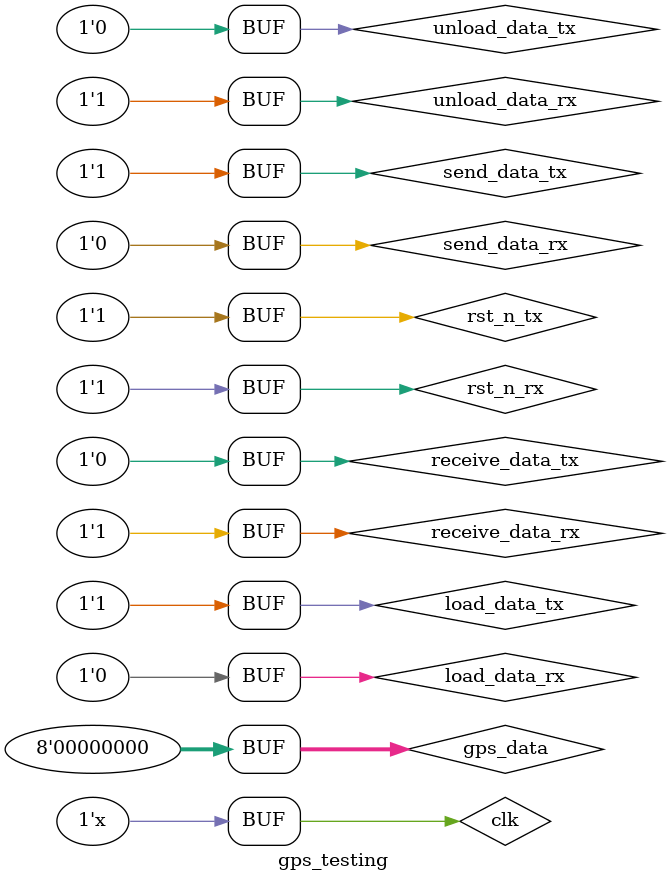
<source format=v>


module gps_testing;

//signals declaration
reg				clk;				//clk for tx module and rx module
reg				rst_n_tx;			//reset for tx module (active low)
reg				rst_n_rx;			//reset for rx module (active low)

reg 	[7:0]	gps_data;			//gps data to be transported

reg				receive_data_tx;	//data-receiving switch for tx module
reg				send_data_tx;		//data-sending switch for tx module
reg				load_data_tx;		//data-loading switch for tx module
reg				unload_data_tx;		//data-unloading switch for tx module

reg				receive_data_rx;	//data-receiving switch for rx module
reg				send_data_rx;		//data-sending switch for rx module
reg				load_data_rx;		//data-loading switch for rx module
reg				unload_data_rx;		//data-unloading switch for rx module

wire			tx_out;				//data output of tx module
wire			tx_busy;			//the signal showing whether tx module is busy
wire	[7:0]	rx_out;				//data output of rx module
wire			rx_busy;			//the signal showing whether rx module is busy
wire			rx_error;  			//indicating whether the data received is wrong


//signals initialization
initial begin
//clk and reset signals initialization
	clk=0;
	rst_n_rx=1;
	rst_n_tx=1;

//rx module switch signals initialization
	receive_data_rx=1;
	send_data_rx=0;
	load_data_rx=0;
	unload_data_rx=1;

//tx module switch signals initialization
	receive_data_tx=0;
	send_data_tx=1;
	load_data_tx=1;
	unload_data_tx=0;

//reset tx module and rx module
	#3	rst_n_tx=0;
		rst_n_rx=0;
	#3	rst_n_rx=1;
		rst_n_tx=1;

end

//clk generation
always begin
	#5 clk=~clk;
end

//GPS data generation
always begin
				gps_data=8'b00100100;
	#103680		gps_data=8'b01000111;
	#103680		gps_data=8'b01010000;
	#103680		gps_data=8'b01000111;
	#103680		gps_data=8'b01000111;
	#103680		gps_data=8'b01000001;
	#103680		gps_data=8'b00101100;
	#103680		gps_data=8'b00110000;
	#103680		gps_data=8'b00110110;
	#103680		gps_data=8'b00110011;
	#103680		gps_data=8'b00111001;
	#103680		gps_data=8'b00110101;
	#103680		gps_data=8'b00110010;
	#103680		gps_data=8'b00101110;
	#103680		gps_data=8'b00110000;
	#103680		gps_data=8'b00110000;
	#103680		gps_data=8'b00110000;
	#103680		gps_data=8'b00101100;
	#103680		gps_data=8'b00110100;
	#103680		gps_data=8'b00110000;
	#103680		gps_data=8'b00110000;
	#103680		gps_data=8'b00110010;
	#103680		gps_data=8'b00101110;
	#103680		gps_data=8'b00110010;
	#103680		gps_data=8'b00110010;
	#103680		gps_data=8'b00111001;
	#103680		gps_data=8'b00111001;
	#103680		gps_data=8'b00110011;
	#103680		gps_data=8'b00110100;
	#103680		gps_data=8'b00101100;
	#103680		gps_data=8'b01001110;
	#103680		gps_data=8'b00101100;
	#103680		gps_data=8'b00110001;
	#103680		gps_data=8'b00110001;
	#103680		gps_data=8'b00110110;
	#103680		gps_data=8'b00110001;
	#103680		gps_data=8'b00111000;
	#103680		gps_data=8'b00101110;
	#103680		gps_data=8'b00110000;
	#103680		gps_data=8'b00111001;
	#103680		gps_data=8'b00110110;
	#103680		gps_data=8'b00111000;
	#103680		gps_data=8'b00110101;
	#103680		gps_data=8'b00110101;
	#103680		gps_data=8'b00101100;
	#103680		gps_data=8'b01000101;
	#103680		gps_data=8'b00101100;
	#103680		gps_data=8'b00110001;
	#103680		gps_data=8'b00101100;
	#103680		gps_data=8'b00110100;
	#103680		gps_data=8'b00101100;
	#103680		gps_data=8'b00110010;
	#103680		gps_data=8'b00101110;
	#103680		gps_data=8'b00110111;
	#103680		gps_data=8'b00111000;
	#103680		gps_data=8'b00111000;
	#103680		gps_data=8'b00101100;
	#103680		gps_data=8'b00110011;
	#103680		gps_data=8'b00110111;
	#103680		gps_data=8'b00101110;
	#103680		gps_data=8'b00110010;
	#103680		gps_data=8'b00110101;
	#103680		gps_data=8'b00110100;
	#103680		gps_data=8'b00101100;
	#103680		gps_data=8'b01001101;
	#103680		gps_data=8'b00101100;
	#103680		gps_data=8'b00110000;
	#103680		gps_data=8'b00101100;
	#103680		gps_data=8'b01001101;
	#103680		gps_data=8'b00101100;
	#103680		gps_data=8'b00101100;
	#103680		gps_data=8'b00101010;
	#103680		gps_data=8'b00110111;
	#103680		gps_data=8'b00110001;
	#103680		gps_data=8'b00001101;
	#103680		gps_data=8'b00001010;
	#103680		gps_data=8'b00000000;
end




//calling tx module
uart tx_module (
	.clk(clk),
	.rst_n(rst_n_tx),
	.datain_tx(gps_data),
	.receive_data(receive_data_tx),
	.send_data(send_data_tx),
	.load_data(load_data_tx),
	.unload_data(unload_data_tx),
	.tx_out(tx_out),
	.tx_busy(tx_busy)
	);

//calling rx module
uart rx_module (
	.clk(clk),
	.rst_n(rst_n_rx),
	.datain_rx(tx_out),
	.receive_data(receive_data_rx),
	.send_data(send_data_rx),
	.load_data(load_data_rx),
	.unload_data(unload_data_rx),
	.rx_out(rx_out),
	.rx_busy(rx_busy),
	.rx_error(rx_error)
	);

endmodule
</source>
